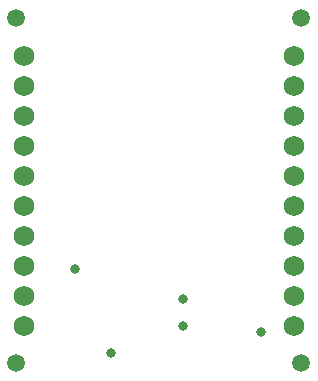
<source format=gbs>
G04*
G04 #@! TF.GenerationSoftware,Altium Limited,Altium Designer,24.0.1 (36)*
G04*
G04 Layer_Color=16711935*
%FSLAX44Y44*%
%MOMM*%
G71*
G04*
G04 #@! TF.SameCoordinates,679F6686-0656-46BC-BDB5-5FE1FF963507*
G04*
G04*
G04 #@! TF.FilePolarity,Negative*
G04*
G01*
G75*
%ADD13C,1.5000*%
%ADD26C,1.7272*%
%ADD27C,0.8382*%
D13*
X-6350Y-31750D02*
D03*
X234950D02*
D03*
X-6350Y260350D02*
D03*
X234950D02*
D03*
D26*
X228600Y228600D02*
D03*
Y203200D02*
D03*
Y177800D02*
D03*
Y152400D02*
D03*
Y127000D02*
D03*
Y101600D02*
D03*
Y76200D02*
D03*
Y50800D02*
D03*
Y25400D02*
D03*
Y0D02*
D03*
X0Y228600D02*
D03*
Y203200D02*
D03*
Y177800D02*
D03*
Y152400D02*
D03*
Y127000D02*
D03*
Y101600D02*
D03*
Y76200D02*
D03*
Y50800D02*
D03*
Y25400D02*
D03*
Y0D02*
D03*
D27*
X43180Y48260D02*
D03*
X73660Y-22860D02*
D03*
X200660Y-5080D02*
D03*
X134620Y0D02*
D03*
Y22860D02*
D03*
M02*

</source>
